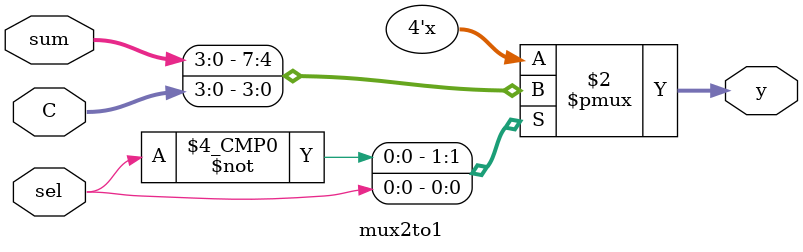
<source format=v>
`timescale 1ns / 1ps

module final(
    input [3:0] A,
    input [3:0] B,
    input sel,
    output [6:0] display
   // output [3:0] an
    );
    
    wire[3:0]Sum;
    wire[3:0]y;
    wire[3:0]Co;
    Adder4 adder4(.A(A),.B(B),.Sum(Sum),.Nc(Co));
    mux2to1 mux2(.C(Co),.y(y),.sel(sel),.sum(Sum));
    Seven_Seg seg0(.s(y),.seg(display));
    //assign an = 4'b0111;
    endmodule
    
    
    
    
module Adder4(
    input [3:0] A,
    input [3:0] B,
    output [3:0] Sum,
    output Nc
   
    
    );
    wire[3:0] Co;
    wire Ci;
    wire Cout;
    assign Ci = 1'b0;
    
    Adder add0(.A(A[0]),.B(B[0]),.Ci(Ci),.Sum(Sum[0]),.Co(Co[0]));
    Adder add1(.A(A[1]),.B(B[1]),.Ci(Co[0]),.Sum(Sum[1]),.Co(Co[1]));
    Adder add2(.A(A[2]),.B(B[2]),.Ci(Co[1]),.Sum(Sum[2]),.Co(Co[2]));
    Adder add3(.A(A[3]),.B(B[3]),.Ci(Co[2]),.Sum(Sum[3]),.Co(Co[3]));
   
    assign Cout=Co[3];
    assign Nc = {3'b0,Cout};
    
   
endmodule

module Adder(
    input A,
    input B,
    input Ci,
    output reg Co,
    output reg Sum
    );
    always@(*)
   begin 
   
   case({A,B,Ci})
    3'b000:  Sum = 1'b0;
    3'b001:  Sum = 1'b1;
    3'b010: Sum = 1'b1;
    3'b011: Sum = 1'b0;
    3'b100:  Sum = 1'b1;
    3'b101: Sum = 1'b0;
    3'b110:  Sum = 1'b0;
    3'b111: Sum = 1'b1;
    endcase
    
   case({A,B,Ci})
    3'b000:  Co = 1'b0;
    3'b001:  Co = 1'b0;
    3'b010: Co = 1'b0;
    3'b011: Co = 1'b1;
    3'b100:  Co = 1'b0;
    3'b101: Co = 1'b1;
    3'b110:  Co = 1'b1;
    3'b111: Co = 1'b1;
    endcase
   end
  
endmodule

module Seven_Seg(
    //input s,
    input [3:0] s,
    output reg [6:0] seg
);  

always@(*)
   begin 
   case(s)
            4'b0000 : seg = 7'b0000001;
            4'b0001 : seg = 7'b1001111;
            4'b0010 : seg = 7'b0010010;
            4'b0011 : seg = 7'b0000110;
            4'b0100 : seg = 7'b1001100;
            4'b0101 : seg = 7'b0100100;
            4'b0110 : seg = 7'b0100000;
            4'b0111 : seg = 7'b0001111;
            4'b1000 : seg = 7'b0000000;
            4'b1001 : seg = 7'b0000100;
   // 1'b0:  display = 7'b0000001;
   // 1'b1:  display = 7'b1001111;
   endcase
   end
endmodule

module mux2to1(
input sel,
input [3:0]sum,
input [3:0]C,
output reg [3:0]y
);
always@(*)
   begin 
   case(sel)
            1'b0 : y = sum;
            1'b1 : y = C;     
   endcase
   
   end


endmodule

 
    
    



</source>
